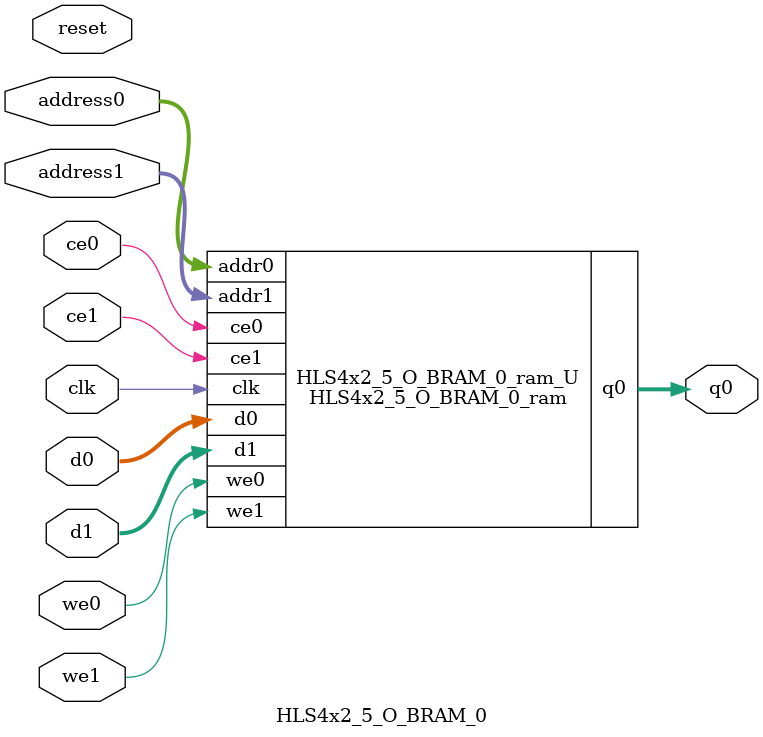
<source format=v>

`timescale 1 ns / 1 ps
module HLS4x2_5_O_BRAM_0_ram (addr0, ce0, d0, we0, q0, addr1, ce1, d1, we1,  clk);

parameter DWIDTH = 16;
parameter AWIDTH = 8;
parameter MEM_SIZE = 169;

input[AWIDTH-1:0] addr0;
input ce0;
input[DWIDTH-1:0] d0;
input we0;
output reg[DWIDTH-1:0] q0;
input[AWIDTH-1:0] addr1;
input ce1;
input[DWIDTH-1:0] d1;
input we1;
input clk;

(* ram_style = "block" *)reg [DWIDTH-1:0] ram[0:MEM_SIZE-1];




always @(posedge clk)  
begin 
    if (ce0) 
    begin
        if (we0) 
        begin 
            ram[addr0] <= d0; 
            q0 <= d0;
        end 
        else 
            q0 <= ram[addr0];
    end
end


always @(posedge clk)  
begin 
    if (ce1) 
    begin
        if (we1) 
        begin 
            ram[addr1] <= d1; 
        end 
    end
end


endmodule


`timescale 1 ns / 1 ps
module HLS4x2_5_O_BRAM_0(
    reset,
    clk,
    address0,
    ce0,
    we0,
    d0,
    q0,
    address1,
    ce1,
    we1,
    d1);

parameter DataWidth = 32'd16;
parameter AddressRange = 32'd169;
parameter AddressWidth = 32'd8;
input reset;
input clk;
input[AddressWidth - 1:0] address0;
input ce0;
input we0;
input[DataWidth - 1:0] d0;
output[DataWidth - 1:0] q0;
input[AddressWidth - 1:0] address1;
input ce1;
input we1;
input[DataWidth - 1:0] d1;



HLS4x2_5_O_BRAM_0_ram HLS4x2_5_O_BRAM_0_ram_U(
    .clk( clk ),
    .addr0( address0 ),
    .ce0( ce0 ),
    .d0( d0 ),
    .we0( we0 ),
    .q0( q0 ),
    .addr1( address1 ),
    .ce1( ce1 ),
    .d1( d1 ),
    .we1( we1 ));

endmodule


</source>
